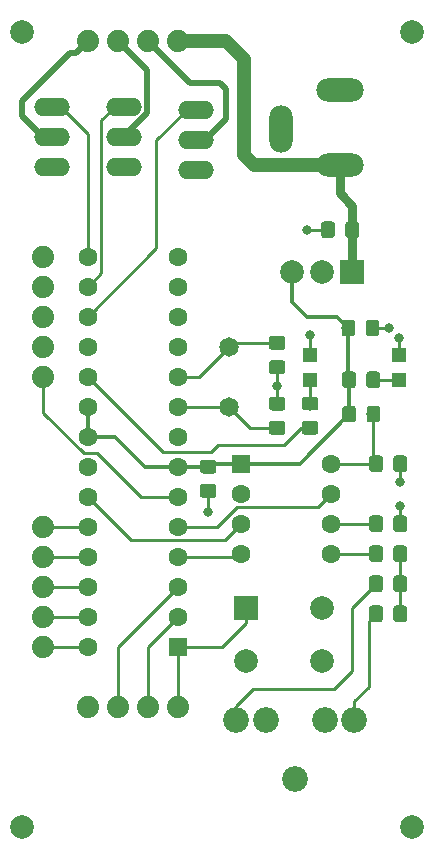
<source format=gtl>
G04 #@! TF.GenerationSoftware,KiCad,Pcbnew,(5.1.2)-2*
G04 #@! TF.CreationDate,2019-07-28T18:44:43-04:00*
G04 #@! TF.ProjectId,LED-Music,4c45442d-4d75-4736-9963-2e6b69636164,rev?*
G04 #@! TF.SameCoordinates,Original*
G04 #@! TF.FileFunction,Copper,L1,Top*
G04 #@! TF.FilePolarity,Positive*
%FSLAX46Y46*%
G04 Gerber Fmt 4.6, Leading zero omitted, Abs format (unit mm)*
G04 Created by KiCad (PCBNEW (5.1.2)-2) date 2019-07-28 18:44:43*
%MOMM*%
%LPD*%
G04 APERTURE LIST*
%ADD10C,2.000000*%
%ADD11C,1.600000*%
%ADD12R,1.600000X1.600000*%
%ADD13C,0.100000*%
%ADD14C,1.150000*%
%ADD15O,3.048000X1.524000*%
%ADD16R,1.200000X1.200000*%
%ADD17C,1.879600*%
%ADD18R,2.000000X2.000000*%
%ADD19C,1.651000*%
%ADD20C,2.181860*%
%ADD21O,3.997960X1.998980*%
%ADD22O,1.998980X3.997960*%
%ADD23C,0.800000*%
%ADD24C,0.250000*%
%ADD25C,0.800000*%
%ADD26C,1.200000*%
%ADD27C,0.350000*%
%ADD28C,0.500000*%
G04 APERTURE END LIST*
D10*
X126492000Y-57150000D03*
X159512000Y-57150000D03*
X159512000Y-124460000D03*
X126492000Y-124460000D03*
D11*
X132080000Y-109220000D03*
X132080000Y-106680000D03*
X132080000Y-104140000D03*
X132080000Y-101600000D03*
X132080000Y-99060000D03*
X132080000Y-96520000D03*
X132080000Y-93980000D03*
X132080000Y-91440000D03*
X132080000Y-88900000D03*
X132080000Y-86360000D03*
X132080000Y-83820000D03*
X132080000Y-81280000D03*
X132080000Y-78740000D03*
X132080000Y-76200000D03*
X139700000Y-76200000D03*
X139700000Y-78740000D03*
X139700000Y-81280000D03*
X139700000Y-83820000D03*
X139700000Y-86360000D03*
X139700000Y-88900000D03*
X139700000Y-91440000D03*
X139700000Y-93980000D03*
X139700000Y-96520000D03*
X139700000Y-99060000D03*
X139700000Y-101600000D03*
X139700000Y-104140000D03*
X139700000Y-106680000D03*
D12*
X139700000Y-109220000D03*
D13*
G36*
X152731505Y-73215204D02*
G01*
X152755773Y-73218804D01*
X152779572Y-73224765D01*
X152802671Y-73233030D01*
X152824850Y-73243520D01*
X152845893Y-73256132D01*
X152865599Y-73270747D01*
X152883777Y-73287223D01*
X152900253Y-73305401D01*
X152914868Y-73325107D01*
X152927480Y-73346150D01*
X152937970Y-73368329D01*
X152946235Y-73391428D01*
X152952196Y-73415227D01*
X152955796Y-73439495D01*
X152957000Y-73463999D01*
X152957000Y-74364001D01*
X152955796Y-74388505D01*
X152952196Y-74412773D01*
X152946235Y-74436572D01*
X152937970Y-74459671D01*
X152927480Y-74481850D01*
X152914868Y-74502893D01*
X152900253Y-74522599D01*
X152883777Y-74540777D01*
X152865599Y-74557253D01*
X152845893Y-74571868D01*
X152824850Y-74584480D01*
X152802671Y-74594970D01*
X152779572Y-74603235D01*
X152755773Y-74609196D01*
X152731505Y-74612796D01*
X152707001Y-74614000D01*
X152056999Y-74614000D01*
X152032495Y-74612796D01*
X152008227Y-74609196D01*
X151984428Y-74603235D01*
X151961329Y-74594970D01*
X151939150Y-74584480D01*
X151918107Y-74571868D01*
X151898401Y-74557253D01*
X151880223Y-74540777D01*
X151863747Y-74522599D01*
X151849132Y-74502893D01*
X151836520Y-74481850D01*
X151826030Y-74459671D01*
X151817765Y-74436572D01*
X151811804Y-74412773D01*
X151808204Y-74388505D01*
X151807000Y-74364001D01*
X151807000Y-73463999D01*
X151808204Y-73439495D01*
X151811804Y-73415227D01*
X151817765Y-73391428D01*
X151826030Y-73368329D01*
X151836520Y-73346150D01*
X151849132Y-73325107D01*
X151863747Y-73305401D01*
X151880223Y-73287223D01*
X151898401Y-73270747D01*
X151918107Y-73256132D01*
X151939150Y-73243520D01*
X151961329Y-73233030D01*
X151984428Y-73224765D01*
X152008227Y-73218804D01*
X152032495Y-73215204D01*
X152056999Y-73214000D01*
X152707001Y-73214000D01*
X152731505Y-73215204D01*
X152731505Y-73215204D01*
G37*
D14*
X152382000Y-73914000D03*
D13*
G36*
X154781505Y-73215204D02*
G01*
X154805773Y-73218804D01*
X154829572Y-73224765D01*
X154852671Y-73233030D01*
X154874850Y-73243520D01*
X154895893Y-73256132D01*
X154915599Y-73270747D01*
X154933777Y-73287223D01*
X154950253Y-73305401D01*
X154964868Y-73325107D01*
X154977480Y-73346150D01*
X154987970Y-73368329D01*
X154996235Y-73391428D01*
X155002196Y-73415227D01*
X155005796Y-73439495D01*
X155007000Y-73463999D01*
X155007000Y-74364001D01*
X155005796Y-74388505D01*
X155002196Y-74412773D01*
X154996235Y-74436572D01*
X154987970Y-74459671D01*
X154977480Y-74481850D01*
X154964868Y-74502893D01*
X154950253Y-74522599D01*
X154933777Y-74540777D01*
X154915599Y-74557253D01*
X154895893Y-74571868D01*
X154874850Y-74584480D01*
X154852671Y-74594970D01*
X154829572Y-74603235D01*
X154805773Y-74609196D01*
X154781505Y-74612796D01*
X154757001Y-74614000D01*
X154106999Y-74614000D01*
X154082495Y-74612796D01*
X154058227Y-74609196D01*
X154034428Y-74603235D01*
X154011329Y-74594970D01*
X153989150Y-74584480D01*
X153968107Y-74571868D01*
X153948401Y-74557253D01*
X153930223Y-74540777D01*
X153913747Y-74522599D01*
X153899132Y-74502893D01*
X153886520Y-74481850D01*
X153876030Y-74459671D01*
X153867765Y-74436572D01*
X153861804Y-74412773D01*
X153858204Y-74388505D01*
X153857000Y-74364001D01*
X153857000Y-73463999D01*
X153858204Y-73439495D01*
X153861804Y-73415227D01*
X153867765Y-73391428D01*
X153876030Y-73368329D01*
X153886520Y-73346150D01*
X153899132Y-73325107D01*
X153913747Y-73305401D01*
X153930223Y-73287223D01*
X153948401Y-73270747D01*
X153968107Y-73256132D01*
X153989150Y-73243520D01*
X154011329Y-73233030D01*
X154034428Y-73224765D01*
X154058227Y-73218804D01*
X154082495Y-73215204D01*
X154106999Y-73214000D01*
X154757001Y-73214000D01*
X154781505Y-73215204D01*
X154781505Y-73215204D01*
G37*
D14*
X154432000Y-73914000D03*
D15*
X141224000Y-68834000D03*
X141224000Y-66294000D03*
X141224000Y-63754000D03*
D16*
X150876000Y-86648000D03*
X150876000Y-84548000D03*
D13*
G36*
X151350505Y-90113204D02*
G01*
X151374773Y-90116804D01*
X151398572Y-90122765D01*
X151421671Y-90131030D01*
X151443850Y-90141520D01*
X151464893Y-90154132D01*
X151484599Y-90168747D01*
X151502777Y-90185223D01*
X151519253Y-90203401D01*
X151533868Y-90223107D01*
X151546480Y-90244150D01*
X151556970Y-90266329D01*
X151565235Y-90289428D01*
X151571196Y-90313227D01*
X151574796Y-90337495D01*
X151576000Y-90361999D01*
X151576000Y-91012001D01*
X151574796Y-91036505D01*
X151571196Y-91060773D01*
X151565235Y-91084572D01*
X151556970Y-91107671D01*
X151546480Y-91129850D01*
X151533868Y-91150893D01*
X151519253Y-91170599D01*
X151502777Y-91188777D01*
X151484599Y-91205253D01*
X151464893Y-91219868D01*
X151443850Y-91232480D01*
X151421671Y-91242970D01*
X151398572Y-91251235D01*
X151374773Y-91257196D01*
X151350505Y-91260796D01*
X151326001Y-91262000D01*
X150425999Y-91262000D01*
X150401495Y-91260796D01*
X150377227Y-91257196D01*
X150353428Y-91251235D01*
X150330329Y-91242970D01*
X150308150Y-91232480D01*
X150287107Y-91219868D01*
X150267401Y-91205253D01*
X150249223Y-91188777D01*
X150232747Y-91170599D01*
X150218132Y-91150893D01*
X150205520Y-91129850D01*
X150195030Y-91107671D01*
X150186765Y-91084572D01*
X150180804Y-91060773D01*
X150177204Y-91036505D01*
X150176000Y-91012001D01*
X150176000Y-90361999D01*
X150177204Y-90337495D01*
X150180804Y-90313227D01*
X150186765Y-90289428D01*
X150195030Y-90266329D01*
X150205520Y-90244150D01*
X150218132Y-90223107D01*
X150232747Y-90203401D01*
X150249223Y-90185223D01*
X150267401Y-90168747D01*
X150287107Y-90154132D01*
X150308150Y-90141520D01*
X150330329Y-90131030D01*
X150353428Y-90122765D01*
X150377227Y-90116804D01*
X150401495Y-90113204D01*
X150425999Y-90112000D01*
X151326001Y-90112000D01*
X151350505Y-90113204D01*
X151350505Y-90113204D01*
G37*
D14*
X150876000Y-90687000D03*
D13*
G36*
X151350505Y-88063204D02*
G01*
X151374773Y-88066804D01*
X151398572Y-88072765D01*
X151421671Y-88081030D01*
X151443850Y-88091520D01*
X151464893Y-88104132D01*
X151484599Y-88118747D01*
X151502777Y-88135223D01*
X151519253Y-88153401D01*
X151533868Y-88173107D01*
X151546480Y-88194150D01*
X151556970Y-88216329D01*
X151565235Y-88239428D01*
X151571196Y-88263227D01*
X151574796Y-88287495D01*
X151576000Y-88311999D01*
X151576000Y-88962001D01*
X151574796Y-88986505D01*
X151571196Y-89010773D01*
X151565235Y-89034572D01*
X151556970Y-89057671D01*
X151546480Y-89079850D01*
X151533868Y-89100893D01*
X151519253Y-89120599D01*
X151502777Y-89138777D01*
X151484599Y-89155253D01*
X151464893Y-89169868D01*
X151443850Y-89182480D01*
X151421671Y-89192970D01*
X151398572Y-89201235D01*
X151374773Y-89207196D01*
X151350505Y-89210796D01*
X151326001Y-89212000D01*
X150425999Y-89212000D01*
X150401495Y-89210796D01*
X150377227Y-89207196D01*
X150353428Y-89201235D01*
X150330329Y-89192970D01*
X150308150Y-89182480D01*
X150287107Y-89169868D01*
X150267401Y-89155253D01*
X150249223Y-89138777D01*
X150232747Y-89120599D01*
X150218132Y-89100893D01*
X150205520Y-89079850D01*
X150195030Y-89057671D01*
X150186765Y-89034572D01*
X150180804Y-89010773D01*
X150177204Y-88986505D01*
X150176000Y-88962001D01*
X150176000Y-88311999D01*
X150177204Y-88287495D01*
X150180804Y-88263227D01*
X150186765Y-88239428D01*
X150195030Y-88216329D01*
X150205520Y-88194150D01*
X150218132Y-88173107D01*
X150232747Y-88153401D01*
X150249223Y-88135223D01*
X150267401Y-88118747D01*
X150287107Y-88104132D01*
X150308150Y-88091520D01*
X150330329Y-88081030D01*
X150353428Y-88072765D01*
X150377227Y-88066804D01*
X150401495Y-88063204D01*
X150425999Y-88062000D01*
X151326001Y-88062000D01*
X151350505Y-88063204D01*
X151350505Y-88063204D01*
G37*
D14*
X150876000Y-88637000D03*
D17*
X128270000Y-76200000D03*
X128270000Y-78740000D03*
X128270000Y-81280000D03*
X128270000Y-83820000D03*
X128270000Y-86360000D03*
X132080000Y-114300000D03*
X134620000Y-114300000D03*
X137160000Y-114300000D03*
X139700000Y-114300000D03*
X128270000Y-109220000D03*
X128270000Y-106680000D03*
X128270000Y-104140000D03*
X128270000Y-101600000D03*
X128270000Y-99060000D03*
D11*
X152654000Y-93726000D03*
X152654000Y-96266000D03*
X152654000Y-98806000D03*
X152654000Y-101346000D03*
X145034000Y-101346000D03*
X145034000Y-98806000D03*
X145034000Y-96266000D03*
D12*
X145034000Y-93726000D03*
D10*
X151916200Y-110428600D03*
X145416200Y-110428600D03*
X151916200Y-105928600D03*
D18*
X145416200Y-105928600D03*
D19*
X144018000Y-83820000D03*
X144018000Y-88900000D03*
D10*
X149352000Y-77470000D03*
X151892000Y-77470000D03*
D18*
X154432000Y-77470000D03*
D13*
G36*
X142714505Y-93406204D02*
G01*
X142738773Y-93409804D01*
X142762572Y-93415765D01*
X142785671Y-93424030D01*
X142807850Y-93434520D01*
X142828893Y-93447132D01*
X142848599Y-93461747D01*
X142866777Y-93478223D01*
X142883253Y-93496401D01*
X142897868Y-93516107D01*
X142910480Y-93537150D01*
X142920970Y-93559329D01*
X142929235Y-93582428D01*
X142935196Y-93606227D01*
X142938796Y-93630495D01*
X142940000Y-93654999D01*
X142940000Y-94305001D01*
X142938796Y-94329505D01*
X142935196Y-94353773D01*
X142929235Y-94377572D01*
X142920970Y-94400671D01*
X142910480Y-94422850D01*
X142897868Y-94443893D01*
X142883253Y-94463599D01*
X142866777Y-94481777D01*
X142848599Y-94498253D01*
X142828893Y-94512868D01*
X142807850Y-94525480D01*
X142785671Y-94535970D01*
X142762572Y-94544235D01*
X142738773Y-94550196D01*
X142714505Y-94553796D01*
X142690001Y-94555000D01*
X141789999Y-94555000D01*
X141765495Y-94553796D01*
X141741227Y-94550196D01*
X141717428Y-94544235D01*
X141694329Y-94535970D01*
X141672150Y-94525480D01*
X141651107Y-94512868D01*
X141631401Y-94498253D01*
X141613223Y-94481777D01*
X141596747Y-94463599D01*
X141582132Y-94443893D01*
X141569520Y-94422850D01*
X141559030Y-94400671D01*
X141550765Y-94377572D01*
X141544804Y-94353773D01*
X141541204Y-94329505D01*
X141540000Y-94305001D01*
X141540000Y-93654999D01*
X141541204Y-93630495D01*
X141544804Y-93606227D01*
X141550765Y-93582428D01*
X141559030Y-93559329D01*
X141569520Y-93537150D01*
X141582132Y-93516107D01*
X141596747Y-93496401D01*
X141613223Y-93478223D01*
X141631401Y-93461747D01*
X141651107Y-93447132D01*
X141672150Y-93434520D01*
X141694329Y-93424030D01*
X141717428Y-93415765D01*
X141741227Y-93409804D01*
X141765495Y-93406204D01*
X141789999Y-93405000D01*
X142690001Y-93405000D01*
X142714505Y-93406204D01*
X142714505Y-93406204D01*
G37*
D14*
X142240000Y-93980000D03*
D13*
G36*
X142714505Y-95456204D02*
G01*
X142738773Y-95459804D01*
X142762572Y-95465765D01*
X142785671Y-95474030D01*
X142807850Y-95484520D01*
X142828893Y-95497132D01*
X142848599Y-95511747D01*
X142866777Y-95528223D01*
X142883253Y-95546401D01*
X142897868Y-95566107D01*
X142910480Y-95587150D01*
X142920970Y-95609329D01*
X142929235Y-95632428D01*
X142935196Y-95656227D01*
X142938796Y-95680495D01*
X142940000Y-95704999D01*
X142940000Y-96355001D01*
X142938796Y-96379505D01*
X142935196Y-96403773D01*
X142929235Y-96427572D01*
X142920970Y-96450671D01*
X142910480Y-96472850D01*
X142897868Y-96493893D01*
X142883253Y-96513599D01*
X142866777Y-96531777D01*
X142848599Y-96548253D01*
X142828893Y-96562868D01*
X142807850Y-96575480D01*
X142785671Y-96585970D01*
X142762572Y-96594235D01*
X142738773Y-96600196D01*
X142714505Y-96603796D01*
X142690001Y-96605000D01*
X141789999Y-96605000D01*
X141765495Y-96603796D01*
X141741227Y-96600196D01*
X141717428Y-96594235D01*
X141694329Y-96585970D01*
X141672150Y-96575480D01*
X141651107Y-96562868D01*
X141631401Y-96548253D01*
X141613223Y-96531777D01*
X141596747Y-96513599D01*
X141582132Y-96493893D01*
X141569520Y-96472850D01*
X141559030Y-96450671D01*
X141550765Y-96427572D01*
X141544804Y-96403773D01*
X141541204Y-96379505D01*
X141540000Y-96355001D01*
X141540000Y-95704999D01*
X141541204Y-95680495D01*
X141544804Y-95656227D01*
X141550765Y-95632428D01*
X141559030Y-95609329D01*
X141569520Y-95587150D01*
X141582132Y-95566107D01*
X141596747Y-95546401D01*
X141613223Y-95528223D01*
X141631401Y-95511747D01*
X141651107Y-95497132D01*
X141672150Y-95484520D01*
X141694329Y-95474030D01*
X141717428Y-95465765D01*
X141741227Y-95459804D01*
X141765495Y-95456204D01*
X141789999Y-95455000D01*
X142690001Y-95455000D01*
X142714505Y-95456204D01*
X142714505Y-95456204D01*
G37*
D14*
X142240000Y-96030000D03*
D13*
G36*
X156577505Y-88836204D02*
G01*
X156601773Y-88839804D01*
X156625572Y-88845765D01*
X156648671Y-88854030D01*
X156670850Y-88864520D01*
X156691893Y-88877132D01*
X156711599Y-88891747D01*
X156729777Y-88908223D01*
X156746253Y-88926401D01*
X156760868Y-88946107D01*
X156773480Y-88967150D01*
X156783970Y-88989329D01*
X156792235Y-89012428D01*
X156798196Y-89036227D01*
X156801796Y-89060495D01*
X156803000Y-89084999D01*
X156803000Y-89985001D01*
X156801796Y-90009505D01*
X156798196Y-90033773D01*
X156792235Y-90057572D01*
X156783970Y-90080671D01*
X156773480Y-90102850D01*
X156760868Y-90123893D01*
X156746253Y-90143599D01*
X156729777Y-90161777D01*
X156711599Y-90178253D01*
X156691893Y-90192868D01*
X156670850Y-90205480D01*
X156648671Y-90215970D01*
X156625572Y-90224235D01*
X156601773Y-90230196D01*
X156577505Y-90233796D01*
X156553001Y-90235000D01*
X155902999Y-90235000D01*
X155878495Y-90233796D01*
X155854227Y-90230196D01*
X155830428Y-90224235D01*
X155807329Y-90215970D01*
X155785150Y-90205480D01*
X155764107Y-90192868D01*
X155744401Y-90178253D01*
X155726223Y-90161777D01*
X155709747Y-90143599D01*
X155695132Y-90123893D01*
X155682520Y-90102850D01*
X155672030Y-90080671D01*
X155663765Y-90057572D01*
X155657804Y-90033773D01*
X155654204Y-90009505D01*
X155653000Y-89985001D01*
X155653000Y-89084999D01*
X155654204Y-89060495D01*
X155657804Y-89036227D01*
X155663765Y-89012428D01*
X155672030Y-88989329D01*
X155682520Y-88967150D01*
X155695132Y-88946107D01*
X155709747Y-88926401D01*
X155726223Y-88908223D01*
X155744401Y-88891747D01*
X155764107Y-88877132D01*
X155785150Y-88864520D01*
X155807329Y-88854030D01*
X155830428Y-88845765D01*
X155854227Y-88839804D01*
X155878495Y-88836204D01*
X155902999Y-88835000D01*
X156553001Y-88835000D01*
X156577505Y-88836204D01*
X156577505Y-88836204D01*
G37*
D14*
X156228000Y-89535000D03*
D13*
G36*
X154527505Y-88836204D02*
G01*
X154551773Y-88839804D01*
X154575572Y-88845765D01*
X154598671Y-88854030D01*
X154620850Y-88864520D01*
X154641893Y-88877132D01*
X154661599Y-88891747D01*
X154679777Y-88908223D01*
X154696253Y-88926401D01*
X154710868Y-88946107D01*
X154723480Y-88967150D01*
X154733970Y-88989329D01*
X154742235Y-89012428D01*
X154748196Y-89036227D01*
X154751796Y-89060495D01*
X154753000Y-89084999D01*
X154753000Y-89985001D01*
X154751796Y-90009505D01*
X154748196Y-90033773D01*
X154742235Y-90057572D01*
X154733970Y-90080671D01*
X154723480Y-90102850D01*
X154710868Y-90123893D01*
X154696253Y-90143599D01*
X154679777Y-90161777D01*
X154661599Y-90178253D01*
X154641893Y-90192868D01*
X154620850Y-90205480D01*
X154598671Y-90215970D01*
X154575572Y-90224235D01*
X154551773Y-90230196D01*
X154527505Y-90233796D01*
X154503001Y-90235000D01*
X153852999Y-90235000D01*
X153828495Y-90233796D01*
X153804227Y-90230196D01*
X153780428Y-90224235D01*
X153757329Y-90215970D01*
X153735150Y-90205480D01*
X153714107Y-90192868D01*
X153694401Y-90178253D01*
X153676223Y-90161777D01*
X153659747Y-90143599D01*
X153645132Y-90123893D01*
X153632520Y-90102850D01*
X153622030Y-90080671D01*
X153613765Y-90057572D01*
X153607804Y-90033773D01*
X153604204Y-90009505D01*
X153603000Y-89985001D01*
X153603000Y-89084999D01*
X153604204Y-89060495D01*
X153607804Y-89036227D01*
X153613765Y-89012428D01*
X153622030Y-88989329D01*
X153632520Y-88967150D01*
X153645132Y-88946107D01*
X153659747Y-88926401D01*
X153676223Y-88908223D01*
X153694401Y-88891747D01*
X153714107Y-88877132D01*
X153735150Y-88864520D01*
X153757329Y-88854030D01*
X153780428Y-88845765D01*
X153804227Y-88839804D01*
X153828495Y-88836204D01*
X153852999Y-88835000D01*
X154503001Y-88835000D01*
X154527505Y-88836204D01*
X154527505Y-88836204D01*
G37*
D14*
X154178000Y-89535000D03*
D13*
G36*
X156804505Y-105727204D02*
G01*
X156828773Y-105730804D01*
X156852572Y-105736765D01*
X156875671Y-105745030D01*
X156897850Y-105755520D01*
X156918893Y-105768132D01*
X156938599Y-105782747D01*
X156956777Y-105799223D01*
X156973253Y-105817401D01*
X156987868Y-105837107D01*
X157000480Y-105858150D01*
X157010970Y-105880329D01*
X157019235Y-105903428D01*
X157025196Y-105927227D01*
X157028796Y-105951495D01*
X157030000Y-105975999D01*
X157030000Y-106876001D01*
X157028796Y-106900505D01*
X157025196Y-106924773D01*
X157019235Y-106948572D01*
X157010970Y-106971671D01*
X157000480Y-106993850D01*
X156987868Y-107014893D01*
X156973253Y-107034599D01*
X156956777Y-107052777D01*
X156938599Y-107069253D01*
X156918893Y-107083868D01*
X156897850Y-107096480D01*
X156875671Y-107106970D01*
X156852572Y-107115235D01*
X156828773Y-107121196D01*
X156804505Y-107124796D01*
X156780001Y-107126000D01*
X156129999Y-107126000D01*
X156105495Y-107124796D01*
X156081227Y-107121196D01*
X156057428Y-107115235D01*
X156034329Y-107106970D01*
X156012150Y-107096480D01*
X155991107Y-107083868D01*
X155971401Y-107069253D01*
X155953223Y-107052777D01*
X155936747Y-107034599D01*
X155922132Y-107014893D01*
X155909520Y-106993850D01*
X155899030Y-106971671D01*
X155890765Y-106948572D01*
X155884804Y-106924773D01*
X155881204Y-106900505D01*
X155880000Y-106876001D01*
X155880000Y-105975999D01*
X155881204Y-105951495D01*
X155884804Y-105927227D01*
X155890765Y-105903428D01*
X155899030Y-105880329D01*
X155909520Y-105858150D01*
X155922132Y-105837107D01*
X155936747Y-105817401D01*
X155953223Y-105799223D01*
X155971401Y-105782747D01*
X155991107Y-105768132D01*
X156012150Y-105755520D01*
X156034329Y-105745030D01*
X156057428Y-105736765D01*
X156081227Y-105730804D01*
X156105495Y-105727204D01*
X156129999Y-105726000D01*
X156780001Y-105726000D01*
X156804505Y-105727204D01*
X156804505Y-105727204D01*
G37*
D14*
X156455000Y-106426000D03*
D13*
G36*
X158854505Y-105727204D02*
G01*
X158878773Y-105730804D01*
X158902572Y-105736765D01*
X158925671Y-105745030D01*
X158947850Y-105755520D01*
X158968893Y-105768132D01*
X158988599Y-105782747D01*
X159006777Y-105799223D01*
X159023253Y-105817401D01*
X159037868Y-105837107D01*
X159050480Y-105858150D01*
X159060970Y-105880329D01*
X159069235Y-105903428D01*
X159075196Y-105927227D01*
X159078796Y-105951495D01*
X159080000Y-105975999D01*
X159080000Y-106876001D01*
X159078796Y-106900505D01*
X159075196Y-106924773D01*
X159069235Y-106948572D01*
X159060970Y-106971671D01*
X159050480Y-106993850D01*
X159037868Y-107014893D01*
X159023253Y-107034599D01*
X159006777Y-107052777D01*
X158988599Y-107069253D01*
X158968893Y-107083868D01*
X158947850Y-107096480D01*
X158925671Y-107106970D01*
X158902572Y-107115235D01*
X158878773Y-107121196D01*
X158854505Y-107124796D01*
X158830001Y-107126000D01*
X158179999Y-107126000D01*
X158155495Y-107124796D01*
X158131227Y-107121196D01*
X158107428Y-107115235D01*
X158084329Y-107106970D01*
X158062150Y-107096480D01*
X158041107Y-107083868D01*
X158021401Y-107069253D01*
X158003223Y-107052777D01*
X157986747Y-107034599D01*
X157972132Y-107014893D01*
X157959520Y-106993850D01*
X157949030Y-106971671D01*
X157940765Y-106948572D01*
X157934804Y-106924773D01*
X157931204Y-106900505D01*
X157930000Y-106876001D01*
X157930000Y-105975999D01*
X157931204Y-105951495D01*
X157934804Y-105927227D01*
X157940765Y-105903428D01*
X157949030Y-105880329D01*
X157959520Y-105858150D01*
X157972132Y-105837107D01*
X157986747Y-105817401D01*
X158003223Y-105799223D01*
X158021401Y-105782747D01*
X158041107Y-105768132D01*
X158062150Y-105755520D01*
X158084329Y-105745030D01*
X158107428Y-105736765D01*
X158131227Y-105730804D01*
X158155495Y-105727204D01*
X158179999Y-105726000D01*
X158830001Y-105726000D01*
X158854505Y-105727204D01*
X158854505Y-105727204D01*
G37*
D14*
X158505000Y-106426000D03*
D13*
G36*
X156804505Y-103187204D02*
G01*
X156828773Y-103190804D01*
X156852572Y-103196765D01*
X156875671Y-103205030D01*
X156897850Y-103215520D01*
X156918893Y-103228132D01*
X156938599Y-103242747D01*
X156956777Y-103259223D01*
X156973253Y-103277401D01*
X156987868Y-103297107D01*
X157000480Y-103318150D01*
X157010970Y-103340329D01*
X157019235Y-103363428D01*
X157025196Y-103387227D01*
X157028796Y-103411495D01*
X157030000Y-103435999D01*
X157030000Y-104336001D01*
X157028796Y-104360505D01*
X157025196Y-104384773D01*
X157019235Y-104408572D01*
X157010970Y-104431671D01*
X157000480Y-104453850D01*
X156987868Y-104474893D01*
X156973253Y-104494599D01*
X156956777Y-104512777D01*
X156938599Y-104529253D01*
X156918893Y-104543868D01*
X156897850Y-104556480D01*
X156875671Y-104566970D01*
X156852572Y-104575235D01*
X156828773Y-104581196D01*
X156804505Y-104584796D01*
X156780001Y-104586000D01*
X156129999Y-104586000D01*
X156105495Y-104584796D01*
X156081227Y-104581196D01*
X156057428Y-104575235D01*
X156034329Y-104566970D01*
X156012150Y-104556480D01*
X155991107Y-104543868D01*
X155971401Y-104529253D01*
X155953223Y-104512777D01*
X155936747Y-104494599D01*
X155922132Y-104474893D01*
X155909520Y-104453850D01*
X155899030Y-104431671D01*
X155890765Y-104408572D01*
X155884804Y-104384773D01*
X155881204Y-104360505D01*
X155880000Y-104336001D01*
X155880000Y-103435999D01*
X155881204Y-103411495D01*
X155884804Y-103387227D01*
X155890765Y-103363428D01*
X155899030Y-103340329D01*
X155909520Y-103318150D01*
X155922132Y-103297107D01*
X155936747Y-103277401D01*
X155953223Y-103259223D01*
X155971401Y-103242747D01*
X155991107Y-103228132D01*
X156012150Y-103215520D01*
X156034329Y-103205030D01*
X156057428Y-103196765D01*
X156081227Y-103190804D01*
X156105495Y-103187204D01*
X156129999Y-103186000D01*
X156780001Y-103186000D01*
X156804505Y-103187204D01*
X156804505Y-103187204D01*
G37*
D14*
X156455000Y-103886000D03*
D13*
G36*
X158854505Y-103187204D02*
G01*
X158878773Y-103190804D01*
X158902572Y-103196765D01*
X158925671Y-103205030D01*
X158947850Y-103215520D01*
X158968893Y-103228132D01*
X158988599Y-103242747D01*
X159006777Y-103259223D01*
X159023253Y-103277401D01*
X159037868Y-103297107D01*
X159050480Y-103318150D01*
X159060970Y-103340329D01*
X159069235Y-103363428D01*
X159075196Y-103387227D01*
X159078796Y-103411495D01*
X159080000Y-103435999D01*
X159080000Y-104336001D01*
X159078796Y-104360505D01*
X159075196Y-104384773D01*
X159069235Y-104408572D01*
X159060970Y-104431671D01*
X159050480Y-104453850D01*
X159037868Y-104474893D01*
X159023253Y-104494599D01*
X159006777Y-104512777D01*
X158988599Y-104529253D01*
X158968893Y-104543868D01*
X158947850Y-104556480D01*
X158925671Y-104566970D01*
X158902572Y-104575235D01*
X158878773Y-104581196D01*
X158854505Y-104584796D01*
X158830001Y-104586000D01*
X158179999Y-104586000D01*
X158155495Y-104584796D01*
X158131227Y-104581196D01*
X158107428Y-104575235D01*
X158084329Y-104566970D01*
X158062150Y-104556480D01*
X158041107Y-104543868D01*
X158021401Y-104529253D01*
X158003223Y-104512777D01*
X157986747Y-104494599D01*
X157972132Y-104474893D01*
X157959520Y-104453850D01*
X157949030Y-104431671D01*
X157940765Y-104408572D01*
X157934804Y-104384773D01*
X157931204Y-104360505D01*
X157930000Y-104336001D01*
X157930000Y-103435999D01*
X157931204Y-103411495D01*
X157934804Y-103387227D01*
X157940765Y-103363428D01*
X157949030Y-103340329D01*
X157959520Y-103318150D01*
X157972132Y-103297107D01*
X157986747Y-103277401D01*
X158003223Y-103259223D01*
X158021401Y-103242747D01*
X158041107Y-103228132D01*
X158062150Y-103215520D01*
X158084329Y-103205030D01*
X158107428Y-103196765D01*
X158131227Y-103190804D01*
X158155495Y-103187204D01*
X158179999Y-103186000D01*
X158830001Y-103186000D01*
X158854505Y-103187204D01*
X158854505Y-103187204D01*
G37*
D14*
X158505000Y-103886000D03*
D13*
G36*
X154518505Y-85915204D02*
G01*
X154542773Y-85918804D01*
X154566572Y-85924765D01*
X154589671Y-85933030D01*
X154611850Y-85943520D01*
X154632893Y-85956132D01*
X154652599Y-85970747D01*
X154670777Y-85987223D01*
X154687253Y-86005401D01*
X154701868Y-86025107D01*
X154714480Y-86046150D01*
X154724970Y-86068329D01*
X154733235Y-86091428D01*
X154739196Y-86115227D01*
X154742796Y-86139495D01*
X154744000Y-86163999D01*
X154744000Y-87064001D01*
X154742796Y-87088505D01*
X154739196Y-87112773D01*
X154733235Y-87136572D01*
X154724970Y-87159671D01*
X154714480Y-87181850D01*
X154701868Y-87202893D01*
X154687253Y-87222599D01*
X154670777Y-87240777D01*
X154652599Y-87257253D01*
X154632893Y-87271868D01*
X154611850Y-87284480D01*
X154589671Y-87294970D01*
X154566572Y-87303235D01*
X154542773Y-87309196D01*
X154518505Y-87312796D01*
X154494001Y-87314000D01*
X153843999Y-87314000D01*
X153819495Y-87312796D01*
X153795227Y-87309196D01*
X153771428Y-87303235D01*
X153748329Y-87294970D01*
X153726150Y-87284480D01*
X153705107Y-87271868D01*
X153685401Y-87257253D01*
X153667223Y-87240777D01*
X153650747Y-87222599D01*
X153636132Y-87202893D01*
X153623520Y-87181850D01*
X153613030Y-87159671D01*
X153604765Y-87136572D01*
X153598804Y-87112773D01*
X153595204Y-87088505D01*
X153594000Y-87064001D01*
X153594000Y-86163999D01*
X153595204Y-86139495D01*
X153598804Y-86115227D01*
X153604765Y-86091428D01*
X153613030Y-86068329D01*
X153623520Y-86046150D01*
X153636132Y-86025107D01*
X153650747Y-86005401D01*
X153667223Y-85987223D01*
X153685401Y-85970747D01*
X153705107Y-85956132D01*
X153726150Y-85943520D01*
X153748329Y-85933030D01*
X153771428Y-85924765D01*
X153795227Y-85918804D01*
X153819495Y-85915204D01*
X153843999Y-85914000D01*
X154494001Y-85914000D01*
X154518505Y-85915204D01*
X154518505Y-85915204D01*
G37*
D14*
X154169000Y-86614000D03*
D13*
G36*
X156568505Y-85915204D02*
G01*
X156592773Y-85918804D01*
X156616572Y-85924765D01*
X156639671Y-85933030D01*
X156661850Y-85943520D01*
X156682893Y-85956132D01*
X156702599Y-85970747D01*
X156720777Y-85987223D01*
X156737253Y-86005401D01*
X156751868Y-86025107D01*
X156764480Y-86046150D01*
X156774970Y-86068329D01*
X156783235Y-86091428D01*
X156789196Y-86115227D01*
X156792796Y-86139495D01*
X156794000Y-86163999D01*
X156794000Y-87064001D01*
X156792796Y-87088505D01*
X156789196Y-87112773D01*
X156783235Y-87136572D01*
X156774970Y-87159671D01*
X156764480Y-87181850D01*
X156751868Y-87202893D01*
X156737253Y-87222599D01*
X156720777Y-87240777D01*
X156702599Y-87257253D01*
X156682893Y-87271868D01*
X156661850Y-87284480D01*
X156639671Y-87294970D01*
X156616572Y-87303235D01*
X156592773Y-87309196D01*
X156568505Y-87312796D01*
X156544001Y-87314000D01*
X155893999Y-87314000D01*
X155869495Y-87312796D01*
X155845227Y-87309196D01*
X155821428Y-87303235D01*
X155798329Y-87294970D01*
X155776150Y-87284480D01*
X155755107Y-87271868D01*
X155735401Y-87257253D01*
X155717223Y-87240777D01*
X155700747Y-87222599D01*
X155686132Y-87202893D01*
X155673520Y-87181850D01*
X155663030Y-87159671D01*
X155654765Y-87136572D01*
X155648804Y-87112773D01*
X155645204Y-87088505D01*
X155644000Y-87064001D01*
X155644000Y-86163999D01*
X155645204Y-86139495D01*
X155648804Y-86115227D01*
X155654765Y-86091428D01*
X155663030Y-86068329D01*
X155673520Y-86046150D01*
X155686132Y-86025107D01*
X155700747Y-86005401D01*
X155717223Y-85987223D01*
X155735401Y-85970747D01*
X155755107Y-85956132D01*
X155776150Y-85943520D01*
X155798329Y-85933030D01*
X155821428Y-85924765D01*
X155845227Y-85918804D01*
X155869495Y-85915204D01*
X155893999Y-85914000D01*
X156544001Y-85914000D01*
X156568505Y-85915204D01*
X156568505Y-85915204D01*
G37*
D14*
X156219000Y-86614000D03*
D15*
X129032000Y-68580000D03*
X129032000Y-66040000D03*
X129032000Y-63500000D03*
X135128000Y-68580000D03*
X135128000Y-66040000D03*
X135128000Y-63500000D03*
D17*
X132080000Y-57912000D03*
X134620000Y-57912000D03*
X137160000Y-57912000D03*
X139700000Y-57912000D03*
D20*
X152105360Y-115397280D03*
X154604720Y-115397280D03*
X149606000Y-120396000D03*
X147106640Y-115397280D03*
X144607280Y-115397280D03*
D21*
X153377900Y-68409820D03*
D22*
X148376640Y-65407540D03*
D21*
X153377900Y-62108080D03*
D16*
X158369000Y-86614000D03*
X158369000Y-84514000D03*
D13*
G36*
X158854505Y-98107204D02*
G01*
X158878773Y-98110804D01*
X158902572Y-98116765D01*
X158925671Y-98125030D01*
X158947850Y-98135520D01*
X158968893Y-98148132D01*
X158988599Y-98162747D01*
X159006777Y-98179223D01*
X159023253Y-98197401D01*
X159037868Y-98217107D01*
X159050480Y-98238150D01*
X159060970Y-98260329D01*
X159069235Y-98283428D01*
X159075196Y-98307227D01*
X159078796Y-98331495D01*
X159080000Y-98355999D01*
X159080000Y-99256001D01*
X159078796Y-99280505D01*
X159075196Y-99304773D01*
X159069235Y-99328572D01*
X159060970Y-99351671D01*
X159050480Y-99373850D01*
X159037868Y-99394893D01*
X159023253Y-99414599D01*
X159006777Y-99432777D01*
X158988599Y-99449253D01*
X158968893Y-99463868D01*
X158947850Y-99476480D01*
X158925671Y-99486970D01*
X158902572Y-99495235D01*
X158878773Y-99501196D01*
X158854505Y-99504796D01*
X158830001Y-99506000D01*
X158179999Y-99506000D01*
X158155495Y-99504796D01*
X158131227Y-99501196D01*
X158107428Y-99495235D01*
X158084329Y-99486970D01*
X158062150Y-99476480D01*
X158041107Y-99463868D01*
X158021401Y-99449253D01*
X158003223Y-99432777D01*
X157986747Y-99414599D01*
X157972132Y-99394893D01*
X157959520Y-99373850D01*
X157949030Y-99351671D01*
X157940765Y-99328572D01*
X157934804Y-99304773D01*
X157931204Y-99280505D01*
X157930000Y-99256001D01*
X157930000Y-98355999D01*
X157931204Y-98331495D01*
X157934804Y-98307227D01*
X157940765Y-98283428D01*
X157949030Y-98260329D01*
X157959520Y-98238150D01*
X157972132Y-98217107D01*
X157986747Y-98197401D01*
X158003223Y-98179223D01*
X158021401Y-98162747D01*
X158041107Y-98148132D01*
X158062150Y-98135520D01*
X158084329Y-98125030D01*
X158107428Y-98116765D01*
X158131227Y-98110804D01*
X158155495Y-98107204D01*
X158179999Y-98106000D01*
X158830001Y-98106000D01*
X158854505Y-98107204D01*
X158854505Y-98107204D01*
G37*
D14*
X158505000Y-98806000D03*
D13*
G36*
X156804505Y-98107204D02*
G01*
X156828773Y-98110804D01*
X156852572Y-98116765D01*
X156875671Y-98125030D01*
X156897850Y-98135520D01*
X156918893Y-98148132D01*
X156938599Y-98162747D01*
X156956777Y-98179223D01*
X156973253Y-98197401D01*
X156987868Y-98217107D01*
X157000480Y-98238150D01*
X157010970Y-98260329D01*
X157019235Y-98283428D01*
X157025196Y-98307227D01*
X157028796Y-98331495D01*
X157030000Y-98355999D01*
X157030000Y-99256001D01*
X157028796Y-99280505D01*
X157025196Y-99304773D01*
X157019235Y-99328572D01*
X157010970Y-99351671D01*
X157000480Y-99373850D01*
X156987868Y-99394893D01*
X156973253Y-99414599D01*
X156956777Y-99432777D01*
X156938599Y-99449253D01*
X156918893Y-99463868D01*
X156897850Y-99476480D01*
X156875671Y-99486970D01*
X156852572Y-99495235D01*
X156828773Y-99501196D01*
X156804505Y-99504796D01*
X156780001Y-99506000D01*
X156129999Y-99506000D01*
X156105495Y-99504796D01*
X156081227Y-99501196D01*
X156057428Y-99495235D01*
X156034329Y-99486970D01*
X156012150Y-99476480D01*
X155991107Y-99463868D01*
X155971401Y-99449253D01*
X155953223Y-99432777D01*
X155936747Y-99414599D01*
X155922132Y-99394893D01*
X155909520Y-99373850D01*
X155899030Y-99351671D01*
X155890765Y-99328572D01*
X155884804Y-99304773D01*
X155881204Y-99280505D01*
X155880000Y-99256001D01*
X155880000Y-98355999D01*
X155881204Y-98331495D01*
X155884804Y-98307227D01*
X155890765Y-98283428D01*
X155899030Y-98260329D01*
X155909520Y-98238150D01*
X155922132Y-98217107D01*
X155936747Y-98197401D01*
X155953223Y-98179223D01*
X155971401Y-98162747D01*
X155991107Y-98148132D01*
X156012150Y-98135520D01*
X156034329Y-98125030D01*
X156057428Y-98116765D01*
X156081227Y-98110804D01*
X156105495Y-98107204D01*
X156129999Y-98106000D01*
X156780001Y-98106000D01*
X156804505Y-98107204D01*
X156804505Y-98107204D01*
G37*
D14*
X156455000Y-98806000D03*
D13*
G36*
X156804505Y-93027204D02*
G01*
X156828773Y-93030804D01*
X156852572Y-93036765D01*
X156875671Y-93045030D01*
X156897850Y-93055520D01*
X156918893Y-93068132D01*
X156938599Y-93082747D01*
X156956777Y-93099223D01*
X156973253Y-93117401D01*
X156987868Y-93137107D01*
X157000480Y-93158150D01*
X157010970Y-93180329D01*
X157019235Y-93203428D01*
X157025196Y-93227227D01*
X157028796Y-93251495D01*
X157030000Y-93275999D01*
X157030000Y-94176001D01*
X157028796Y-94200505D01*
X157025196Y-94224773D01*
X157019235Y-94248572D01*
X157010970Y-94271671D01*
X157000480Y-94293850D01*
X156987868Y-94314893D01*
X156973253Y-94334599D01*
X156956777Y-94352777D01*
X156938599Y-94369253D01*
X156918893Y-94383868D01*
X156897850Y-94396480D01*
X156875671Y-94406970D01*
X156852572Y-94415235D01*
X156828773Y-94421196D01*
X156804505Y-94424796D01*
X156780001Y-94426000D01*
X156129999Y-94426000D01*
X156105495Y-94424796D01*
X156081227Y-94421196D01*
X156057428Y-94415235D01*
X156034329Y-94406970D01*
X156012150Y-94396480D01*
X155991107Y-94383868D01*
X155971401Y-94369253D01*
X155953223Y-94352777D01*
X155936747Y-94334599D01*
X155922132Y-94314893D01*
X155909520Y-94293850D01*
X155899030Y-94271671D01*
X155890765Y-94248572D01*
X155884804Y-94224773D01*
X155881204Y-94200505D01*
X155880000Y-94176001D01*
X155880000Y-93275999D01*
X155881204Y-93251495D01*
X155884804Y-93227227D01*
X155890765Y-93203428D01*
X155899030Y-93180329D01*
X155909520Y-93158150D01*
X155922132Y-93137107D01*
X155936747Y-93117401D01*
X155953223Y-93099223D01*
X155971401Y-93082747D01*
X155991107Y-93068132D01*
X156012150Y-93055520D01*
X156034329Y-93045030D01*
X156057428Y-93036765D01*
X156081227Y-93030804D01*
X156105495Y-93027204D01*
X156129999Y-93026000D01*
X156780001Y-93026000D01*
X156804505Y-93027204D01*
X156804505Y-93027204D01*
G37*
D14*
X156455000Y-93726000D03*
D13*
G36*
X158854505Y-93027204D02*
G01*
X158878773Y-93030804D01*
X158902572Y-93036765D01*
X158925671Y-93045030D01*
X158947850Y-93055520D01*
X158968893Y-93068132D01*
X158988599Y-93082747D01*
X159006777Y-93099223D01*
X159023253Y-93117401D01*
X159037868Y-93137107D01*
X159050480Y-93158150D01*
X159060970Y-93180329D01*
X159069235Y-93203428D01*
X159075196Y-93227227D01*
X159078796Y-93251495D01*
X159080000Y-93275999D01*
X159080000Y-94176001D01*
X159078796Y-94200505D01*
X159075196Y-94224773D01*
X159069235Y-94248572D01*
X159060970Y-94271671D01*
X159050480Y-94293850D01*
X159037868Y-94314893D01*
X159023253Y-94334599D01*
X159006777Y-94352777D01*
X158988599Y-94369253D01*
X158968893Y-94383868D01*
X158947850Y-94396480D01*
X158925671Y-94406970D01*
X158902572Y-94415235D01*
X158878773Y-94421196D01*
X158854505Y-94424796D01*
X158830001Y-94426000D01*
X158179999Y-94426000D01*
X158155495Y-94424796D01*
X158131227Y-94421196D01*
X158107428Y-94415235D01*
X158084329Y-94406970D01*
X158062150Y-94396480D01*
X158041107Y-94383868D01*
X158021401Y-94369253D01*
X158003223Y-94352777D01*
X157986747Y-94334599D01*
X157972132Y-94314893D01*
X157959520Y-94293850D01*
X157949030Y-94271671D01*
X157940765Y-94248572D01*
X157934804Y-94224773D01*
X157931204Y-94200505D01*
X157930000Y-94176001D01*
X157930000Y-93275999D01*
X157931204Y-93251495D01*
X157934804Y-93227227D01*
X157940765Y-93203428D01*
X157949030Y-93180329D01*
X157959520Y-93158150D01*
X157972132Y-93137107D01*
X157986747Y-93117401D01*
X158003223Y-93099223D01*
X158021401Y-93082747D01*
X158041107Y-93068132D01*
X158062150Y-93055520D01*
X158084329Y-93045030D01*
X158107428Y-93036765D01*
X158131227Y-93030804D01*
X158155495Y-93027204D01*
X158179999Y-93026000D01*
X158830001Y-93026000D01*
X158854505Y-93027204D01*
X158854505Y-93027204D01*
G37*
D14*
X158505000Y-93726000D03*
D13*
G36*
X158854505Y-100647204D02*
G01*
X158878773Y-100650804D01*
X158902572Y-100656765D01*
X158925671Y-100665030D01*
X158947850Y-100675520D01*
X158968893Y-100688132D01*
X158988599Y-100702747D01*
X159006777Y-100719223D01*
X159023253Y-100737401D01*
X159037868Y-100757107D01*
X159050480Y-100778150D01*
X159060970Y-100800329D01*
X159069235Y-100823428D01*
X159075196Y-100847227D01*
X159078796Y-100871495D01*
X159080000Y-100895999D01*
X159080000Y-101796001D01*
X159078796Y-101820505D01*
X159075196Y-101844773D01*
X159069235Y-101868572D01*
X159060970Y-101891671D01*
X159050480Y-101913850D01*
X159037868Y-101934893D01*
X159023253Y-101954599D01*
X159006777Y-101972777D01*
X158988599Y-101989253D01*
X158968893Y-102003868D01*
X158947850Y-102016480D01*
X158925671Y-102026970D01*
X158902572Y-102035235D01*
X158878773Y-102041196D01*
X158854505Y-102044796D01*
X158830001Y-102046000D01*
X158179999Y-102046000D01*
X158155495Y-102044796D01*
X158131227Y-102041196D01*
X158107428Y-102035235D01*
X158084329Y-102026970D01*
X158062150Y-102016480D01*
X158041107Y-102003868D01*
X158021401Y-101989253D01*
X158003223Y-101972777D01*
X157986747Y-101954599D01*
X157972132Y-101934893D01*
X157959520Y-101913850D01*
X157949030Y-101891671D01*
X157940765Y-101868572D01*
X157934804Y-101844773D01*
X157931204Y-101820505D01*
X157930000Y-101796001D01*
X157930000Y-100895999D01*
X157931204Y-100871495D01*
X157934804Y-100847227D01*
X157940765Y-100823428D01*
X157949030Y-100800329D01*
X157959520Y-100778150D01*
X157972132Y-100757107D01*
X157986747Y-100737401D01*
X158003223Y-100719223D01*
X158021401Y-100702747D01*
X158041107Y-100688132D01*
X158062150Y-100675520D01*
X158084329Y-100665030D01*
X158107428Y-100656765D01*
X158131227Y-100650804D01*
X158155495Y-100647204D01*
X158179999Y-100646000D01*
X158830001Y-100646000D01*
X158854505Y-100647204D01*
X158854505Y-100647204D01*
G37*
D14*
X158505000Y-101346000D03*
D13*
G36*
X156804505Y-100647204D02*
G01*
X156828773Y-100650804D01*
X156852572Y-100656765D01*
X156875671Y-100665030D01*
X156897850Y-100675520D01*
X156918893Y-100688132D01*
X156938599Y-100702747D01*
X156956777Y-100719223D01*
X156973253Y-100737401D01*
X156987868Y-100757107D01*
X157000480Y-100778150D01*
X157010970Y-100800329D01*
X157019235Y-100823428D01*
X157025196Y-100847227D01*
X157028796Y-100871495D01*
X157030000Y-100895999D01*
X157030000Y-101796001D01*
X157028796Y-101820505D01*
X157025196Y-101844773D01*
X157019235Y-101868572D01*
X157010970Y-101891671D01*
X157000480Y-101913850D01*
X156987868Y-101934893D01*
X156973253Y-101954599D01*
X156956777Y-101972777D01*
X156938599Y-101989253D01*
X156918893Y-102003868D01*
X156897850Y-102016480D01*
X156875671Y-102026970D01*
X156852572Y-102035235D01*
X156828773Y-102041196D01*
X156804505Y-102044796D01*
X156780001Y-102046000D01*
X156129999Y-102046000D01*
X156105495Y-102044796D01*
X156081227Y-102041196D01*
X156057428Y-102035235D01*
X156034329Y-102026970D01*
X156012150Y-102016480D01*
X155991107Y-102003868D01*
X155971401Y-101989253D01*
X155953223Y-101972777D01*
X155936747Y-101954599D01*
X155922132Y-101934893D01*
X155909520Y-101913850D01*
X155899030Y-101891671D01*
X155890765Y-101868572D01*
X155884804Y-101844773D01*
X155881204Y-101820505D01*
X155880000Y-101796001D01*
X155880000Y-100895999D01*
X155881204Y-100871495D01*
X155884804Y-100847227D01*
X155890765Y-100823428D01*
X155899030Y-100800329D01*
X155909520Y-100778150D01*
X155922132Y-100757107D01*
X155936747Y-100737401D01*
X155953223Y-100719223D01*
X155971401Y-100702747D01*
X155991107Y-100688132D01*
X156012150Y-100675520D01*
X156034329Y-100665030D01*
X156057428Y-100656765D01*
X156081227Y-100650804D01*
X156105495Y-100647204D01*
X156129999Y-100646000D01*
X156780001Y-100646000D01*
X156804505Y-100647204D01*
X156804505Y-100647204D01*
G37*
D14*
X156455000Y-101346000D03*
D13*
G36*
X148556505Y-84969704D02*
G01*
X148580773Y-84973304D01*
X148604572Y-84979265D01*
X148627671Y-84987530D01*
X148649850Y-84998020D01*
X148670893Y-85010632D01*
X148690599Y-85025247D01*
X148708777Y-85041723D01*
X148725253Y-85059901D01*
X148739868Y-85079607D01*
X148752480Y-85100650D01*
X148762970Y-85122829D01*
X148771235Y-85145928D01*
X148777196Y-85169727D01*
X148780796Y-85193995D01*
X148782000Y-85218499D01*
X148782000Y-85868501D01*
X148780796Y-85893005D01*
X148777196Y-85917273D01*
X148771235Y-85941072D01*
X148762970Y-85964171D01*
X148752480Y-85986350D01*
X148739868Y-86007393D01*
X148725253Y-86027099D01*
X148708777Y-86045277D01*
X148690599Y-86061753D01*
X148670893Y-86076368D01*
X148649850Y-86088980D01*
X148627671Y-86099470D01*
X148604572Y-86107735D01*
X148580773Y-86113696D01*
X148556505Y-86117296D01*
X148532001Y-86118500D01*
X147631999Y-86118500D01*
X147607495Y-86117296D01*
X147583227Y-86113696D01*
X147559428Y-86107735D01*
X147536329Y-86099470D01*
X147514150Y-86088980D01*
X147493107Y-86076368D01*
X147473401Y-86061753D01*
X147455223Y-86045277D01*
X147438747Y-86027099D01*
X147424132Y-86007393D01*
X147411520Y-85986350D01*
X147401030Y-85964171D01*
X147392765Y-85941072D01*
X147386804Y-85917273D01*
X147383204Y-85893005D01*
X147382000Y-85868501D01*
X147382000Y-85218499D01*
X147383204Y-85193995D01*
X147386804Y-85169727D01*
X147392765Y-85145928D01*
X147401030Y-85122829D01*
X147411520Y-85100650D01*
X147424132Y-85079607D01*
X147438747Y-85059901D01*
X147455223Y-85041723D01*
X147473401Y-85025247D01*
X147493107Y-85010632D01*
X147514150Y-84998020D01*
X147536329Y-84987530D01*
X147559428Y-84979265D01*
X147583227Y-84973304D01*
X147607495Y-84969704D01*
X147631999Y-84968500D01*
X148532001Y-84968500D01*
X148556505Y-84969704D01*
X148556505Y-84969704D01*
G37*
D14*
X148082000Y-85543500D03*
D13*
G36*
X148556505Y-82919704D02*
G01*
X148580773Y-82923304D01*
X148604572Y-82929265D01*
X148627671Y-82937530D01*
X148649850Y-82948020D01*
X148670893Y-82960632D01*
X148690599Y-82975247D01*
X148708777Y-82991723D01*
X148725253Y-83009901D01*
X148739868Y-83029607D01*
X148752480Y-83050650D01*
X148762970Y-83072829D01*
X148771235Y-83095928D01*
X148777196Y-83119727D01*
X148780796Y-83143995D01*
X148782000Y-83168499D01*
X148782000Y-83818501D01*
X148780796Y-83843005D01*
X148777196Y-83867273D01*
X148771235Y-83891072D01*
X148762970Y-83914171D01*
X148752480Y-83936350D01*
X148739868Y-83957393D01*
X148725253Y-83977099D01*
X148708777Y-83995277D01*
X148690599Y-84011753D01*
X148670893Y-84026368D01*
X148649850Y-84038980D01*
X148627671Y-84049470D01*
X148604572Y-84057735D01*
X148580773Y-84063696D01*
X148556505Y-84067296D01*
X148532001Y-84068500D01*
X147631999Y-84068500D01*
X147607495Y-84067296D01*
X147583227Y-84063696D01*
X147559428Y-84057735D01*
X147536329Y-84049470D01*
X147514150Y-84038980D01*
X147493107Y-84026368D01*
X147473401Y-84011753D01*
X147455223Y-83995277D01*
X147438747Y-83977099D01*
X147424132Y-83957393D01*
X147411520Y-83936350D01*
X147401030Y-83914171D01*
X147392765Y-83891072D01*
X147386804Y-83867273D01*
X147383204Y-83843005D01*
X147382000Y-83818501D01*
X147382000Y-83168499D01*
X147383204Y-83143995D01*
X147386804Y-83119727D01*
X147392765Y-83095928D01*
X147401030Y-83072829D01*
X147411520Y-83050650D01*
X147424132Y-83029607D01*
X147438747Y-83009901D01*
X147455223Y-82991723D01*
X147473401Y-82975247D01*
X147493107Y-82960632D01*
X147514150Y-82948020D01*
X147536329Y-82937530D01*
X147559428Y-82929265D01*
X147583227Y-82923304D01*
X147607495Y-82919704D01*
X147631999Y-82918500D01*
X148532001Y-82918500D01*
X148556505Y-82919704D01*
X148556505Y-82919704D01*
G37*
D14*
X148082000Y-83493500D03*
D13*
G36*
X148556505Y-88072204D02*
G01*
X148580773Y-88075804D01*
X148604572Y-88081765D01*
X148627671Y-88090030D01*
X148649850Y-88100520D01*
X148670893Y-88113132D01*
X148690599Y-88127747D01*
X148708777Y-88144223D01*
X148725253Y-88162401D01*
X148739868Y-88182107D01*
X148752480Y-88203150D01*
X148762970Y-88225329D01*
X148771235Y-88248428D01*
X148777196Y-88272227D01*
X148780796Y-88296495D01*
X148782000Y-88320999D01*
X148782000Y-88971001D01*
X148780796Y-88995505D01*
X148777196Y-89019773D01*
X148771235Y-89043572D01*
X148762970Y-89066671D01*
X148752480Y-89088850D01*
X148739868Y-89109893D01*
X148725253Y-89129599D01*
X148708777Y-89147777D01*
X148690599Y-89164253D01*
X148670893Y-89178868D01*
X148649850Y-89191480D01*
X148627671Y-89201970D01*
X148604572Y-89210235D01*
X148580773Y-89216196D01*
X148556505Y-89219796D01*
X148532001Y-89221000D01*
X147631999Y-89221000D01*
X147607495Y-89219796D01*
X147583227Y-89216196D01*
X147559428Y-89210235D01*
X147536329Y-89201970D01*
X147514150Y-89191480D01*
X147493107Y-89178868D01*
X147473401Y-89164253D01*
X147455223Y-89147777D01*
X147438747Y-89129599D01*
X147424132Y-89109893D01*
X147411520Y-89088850D01*
X147401030Y-89066671D01*
X147392765Y-89043572D01*
X147386804Y-89019773D01*
X147383204Y-88995505D01*
X147382000Y-88971001D01*
X147382000Y-88320999D01*
X147383204Y-88296495D01*
X147386804Y-88272227D01*
X147392765Y-88248428D01*
X147401030Y-88225329D01*
X147411520Y-88203150D01*
X147424132Y-88182107D01*
X147438747Y-88162401D01*
X147455223Y-88144223D01*
X147473401Y-88127747D01*
X147493107Y-88113132D01*
X147514150Y-88100520D01*
X147536329Y-88090030D01*
X147559428Y-88081765D01*
X147583227Y-88075804D01*
X147607495Y-88072204D01*
X147631999Y-88071000D01*
X148532001Y-88071000D01*
X148556505Y-88072204D01*
X148556505Y-88072204D01*
G37*
D14*
X148082000Y-88646000D03*
D13*
G36*
X148556505Y-90122204D02*
G01*
X148580773Y-90125804D01*
X148604572Y-90131765D01*
X148627671Y-90140030D01*
X148649850Y-90150520D01*
X148670893Y-90163132D01*
X148690599Y-90177747D01*
X148708777Y-90194223D01*
X148725253Y-90212401D01*
X148739868Y-90232107D01*
X148752480Y-90253150D01*
X148762970Y-90275329D01*
X148771235Y-90298428D01*
X148777196Y-90322227D01*
X148780796Y-90346495D01*
X148782000Y-90370999D01*
X148782000Y-91021001D01*
X148780796Y-91045505D01*
X148777196Y-91069773D01*
X148771235Y-91093572D01*
X148762970Y-91116671D01*
X148752480Y-91138850D01*
X148739868Y-91159893D01*
X148725253Y-91179599D01*
X148708777Y-91197777D01*
X148690599Y-91214253D01*
X148670893Y-91228868D01*
X148649850Y-91241480D01*
X148627671Y-91251970D01*
X148604572Y-91260235D01*
X148580773Y-91266196D01*
X148556505Y-91269796D01*
X148532001Y-91271000D01*
X147631999Y-91271000D01*
X147607495Y-91269796D01*
X147583227Y-91266196D01*
X147559428Y-91260235D01*
X147536329Y-91251970D01*
X147514150Y-91241480D01*
X147493107Y-91228868D01*
X147473401Y-91214253D01*
X147455223Y-91197777D01*
X147438747Y-91179599D01*
X147424132Y-91159893D01*
X147411520Y-91138850D01*
X147401030Y-91116671D01*
X147392765Y-91093572D01*
X147386804Y-91069773D01*
X147383204Y-91045505D01*
X147382000Y-91021001D01*
X147382000Y-90370999D01*
X147383204Y-90346495D01*
X147386804Y-90322227D01*
X147392765Y-90298428D01*
X147401030Y-90275329D01*
X147411520Y-90253150D01*
X147424132Y-90232107D01*
X147438747Y-90212401D01*
X147455223Y-90194223D01*
X147473401Y-90177747D01*
X147493107Y-90163132D01*
X147514150Y-90150520D01*
X147536329Y-90140030D01*
X147559428Y-90131765D01*
X147583227Y-90125804D01*
X147607495Y-90122204D01*
X147631999Y-90121000D01*
X148532001Y-90121000D01*
X148556505Y-90122204D01*
X148556505Y-90122204D01*
G37*
D14*
X148082000Y-90696000D03*
D13*
G36*
X156505005Y-81533704D02*
G01*
X156529273Y-81537304D01*
X156553072Y-81543265D01*
X156576171Y-81551530D01*
X156598350Y-81562020D01*
X156619393Y-81574632D01*
X156639099Y-81589247D01*
X156657277Y-81605723D01*
X156673753Y-81623901D01*
X156688368Y-81643607D01*
X156700980Y-81664650D01*
X156711470Y-81686829D01*
X156719735Y-81709928D01*
X156725696Y-81733727D01*
X156729296Y-81757995D01*
X156730500Y-81782499D01*
X156730500Y-82682501D01*
X156729296Y-82707005D01*
X156725696Y-82731273D01*
X156719735Y-82755072D01*
X156711470Y-82778171D01*
X156700980Y-82800350D01*
X156688368Y-82821393D01*
X156673753Y-82841099D01*
X156657277Y-82859277D01*
X156639099Y-82875753D01*
X156619393Y-82890368D01*
X156598350Y-82902980D01*
X156576171Y-82913470D01*
X156553072Y-82921735D01*
X156529273Y-82927696D01*
X156505005Y-82931296D01*
X156480501Y-82932500D01*
X155830499Y-82932500D01*
X155805995Y-82931296D01*
X155781727Y-82927696D01*
X155757928Y-82921735D01*
X155734829Y-82913470D01*
X155712650Y-82902980D01*
X155691607Y-82890368D01*
X155671901Y-82875753D01*
X155653723Y-82859277D01*
X155637247Y-82841099D01*
X155622632Y-82821393D01*
X155610020Y-82800350D01*
X155599530Y-82778171D01*
X155591265Y-82755072D01*
X155585304Y-82731273D01*
X155581704Y-82707005D01*
X155580500Y-82682501D01*
X155580500Y-81782499D01*
X155581704Y-81757995D01*
X155585304Y-81733727D01*
X155591265Y-81709928D01*
X155599530Y-81686829D01*
X155610020Y-81664650D01*
X155622632Y-81643607D01*
X155637247Y-81623901D01*
X155653723Y-81605723D01*
X155671901Y-81589247D01*
X155691607Y-81574632D01*
X155712650Y-81562020D01*
X155734829Y-81551530D01*
X155757928Y-81543265D01*
X155781727Y-81537304D01*
X155805995Y-81533704D01*
X155830499Y-81532500D01*
X156480501Y-81532500D01*
X156505005Y-81533704D01*
X156505005Y-81533704D01*
G37*
D14*
X156155500Y-82232500D03*
D13*
G36*
X154455005Y-81533704D02*
G01*
X154479273Y-81537304D01*
X154503072Y-81543265D01*
X154526171Y-81551530D01*
X154548350Y-81562020D01*
X154569393Y-81574632D01*
X154589099Y-81589247D01*
X154607277Y-81605723D01*
X154623753Y-81623901D01*
X154638368Y-81643607D01*
X154650980Y-81664650D01*
X154661470Y-81686829D01*
X154669735Y-81709928D01*
X154675696Y-81733727D01*
X154679296Y-81757995D01*
X154680500Y-81782499D01*
X154680500Y-82682501D01*
X154679296Y-82707005D01*
X154675696Y-82731273D01*
X154669735Y-82755072D01*
X154661470Y-82778171D01*
X154650980Y-82800350D01*
X154638368Y-82821393D01*
X154623753Y-82841099D01*
X154607277Y-82859277D01*
X154589099Y-82875753D01*
X154569393Y-82890368D01*
X154548350Y-82902980D01*
X154526171Y-82913470D01*
X154503072Y-82921735D01*
X154479273Y-82927696D01*
X154455005Y-82931296D01*
X154430501Y-82932500D01*
X153780499Y-82932500D01*
X153755995Y-82931296D01*
X153731727Y-82927696D01*
X153707928Y-82921735D01*
X153684829Y-82913470D01*
X153662650Y-82902980D01*
X153641607Y-82890368D01*
X153621901Y-82875753D01*
X153603723Y-82859277D01*
X153587247Y-82841099D01*
X153572632Y-82821393D01*
X153560020Y-82800350D01*
X153549530Y-82778171D01*
X153541265Y-82755072D01*
X153535304Y-82731273D01*
X153531704Y-82707005D01*
X153530500Y-82682501D01*
X153530500Y-81782499D01*
X153531704Y-81757995D01*
X153535304Y-81733727D01*
X153541265Y-81709928D01*
X153549530Y-81686829D01*
X153560020Y-81664650D01*
X153572632Y-81643607D01*
X153587247Y-81623901D01*
X153603723Y-81605723D01*
X153621901Y-81589247D01*
X153641607Y-81574632D01*
X153662650Y-81562020D01*
X153684829Y-81551530D01*
X153707928Y-81543265D01*
X153731727Y-81537304D01*
X153755995Y-81533704D01*
X153780499Y-81532500D01*
X154430501Y-81532500D01*
X154455005Y-81533704D01*
X154455005Y-81533704D01*
G37*
D14*
X154105500Y-82232500D03*
D23*
X158505000Y-95241000D03*
X158505000Y-97291000D03*
X148082000Y-87122000D03*
X150622000Y-73914000D03*
X158369000Y-83058000D03*
X150876000Y-82804000D03*
X157543500Y-82232500D03*
X142240000Y-97790000D03*
D24*
X158505000Y-93726000D02*
X158505000Y-95241000D01*
X158505000Y-98806000D02*
X158505000Y-97291000D01*
X158505000Y-95241000D02*
X158505000Y-95241000D01*
X158505000Y-97291000D02*
X158505000Y-97291000D01*
X148082000Y-88646000D02*
X148082000Y-87971000D01*
X148082000Y-87971000D02*
X148082000Y-87122000D01*
X148082000Y-87122000D02*
X148082000Y-87122000D01*
X150622000Y-73914000D02*
X150622000Y-73914000D01*
X152382000Y-73914000D02*
X150622000Y-73914000D01*
X158369000Y-84514000D02*
X158369000Y-83058000D01*
X158369000Y-83058000D02*
X158369000Y-83058000D01*
X150876000Y-84548000D02*
X150876000Y-82804000D01*
X150876000Y-82804000D02*
X150876000Y-82804000D01*
X148082000Y-85543500D02*
X148082000Y-87122000D01*
X156155500Y-82232500D02*
X156830500Y-82232500D01*
X156830500Y-82232500D02*
X157543500Y-82232500D01*
X154187000Y-77225000D02*
X154432000Y-77470000D01*
D25*
X153377900Y-68409820D02*
X153377900Y-70827900D01*
X154432000Y-71882000D02*
X154432000Y-73914000D01*
X153377900Y-70827900D02*
X154432000Y-71882000D01*
X154432000Y-73914000D02*
X154432000Y-77470000D01*
D26*
X146133820Y-68409820D02*
X153377900Y-68409820D01*
X145288000Y-67564000D02*
X146133820Y-68409820D01*
X145288000Y-59436000D02*
X145288000Y-67564000D01*
X139700000Y-57912000D02*
X143764000Y-57912000D01*
X143764000Y-57912000D02*
X145288000Y-59436000D01*
D24*
X139954000Y-93726000D02*
X139700000Y-93980000D01*
D27*
X142494000Y-93726000D02*
X142240000Y-93980000D01*
X145034000Y-93726000D02*
X142494000Y-93726000D01*
X142240000Y-93980000D02*
X139700000Y-93980000D01*
X139700000Y-93980000D02*
X136906000Y-93980000D01*
X134366000Y-91440000D02*
X132080000Y-91440000D01*
X136906000Y-93980000D02*
X134366000Y-91440000D01*
X132080000Y-88900000D02*
X132080000Y-91440000D01*
X153153000Y-81280000D02*
X154105500Y-82232500D01*
X150622000Y-81280000D02*
X153153000Y-81280000D01*
X149352000Y-77470000D02*
X149352000Y-80010000D01*
X149352000Y-80010000D02*
X150622000Y-81280000D01*
X154105500Y-86550500D02*
X154169000Y-86614000D01*
X154105500Y-82232500D02*
X154105500Y-86550500D01*
X154169000Y-89526000D02*
X154178000Y-89535000D01*
X154169000Y-86614000D02*
X154169000Y-89526000D01*
X154178000Y-89535000D02*
X149987000Y-93726000D01*
X145034000Y-93726000D02*
X149987000Y-93726000D01*
D24*
X145814000Y-90696000D02*
X144018000Y-88900000D01*
X148082000Y-90696000D02*
X145814000Y-90696000D01*
X139700000Y-88900000D02*
X144018000Y-88900000D01*
X141478000Y-86360000D02*
X144018000Y-83820000D01*
X139700000Y-86360000D02*
X141478000Y-86360000D01*
X144344500Y-83493500D02*
X144018000Y-83820000D01*
X148082000Y-83493500D02*
X144344500Y-83493500D01*
X158505000Y-101346000D02*
X158505000Y-103886000D01*
X158505000Y-103886000D02*
X158505000Y-106426000D01*
X153785370Y-101346000D02*
X156455000Y-101346000D01*
X152654000Y-101346000D02*
X153785370Y-101346000D01*
X153785370Y-93726000D02*
X156455000Y-93726000D01*
X152654000Y-93726000D02*
X153785370Y-93726000D01*
X156228000Y-93499000D02*
X156455000Y-93726000D01*
X156228000Y-89535000D02*
X156228000Y-93499000D01*
X152654000Y-98806000D02*
X156455000Y-98806000D01*
X155831628Y-107049372D02*
X156455000Y-106426000D01*
X155831628Y-112627564D02*
X155831628Y-107049372D01*
X154604720Y-113854472D02*
X155831628Y-112627564D01*
X154604720Y-115397280D02*
X154604720Y-113854472D01*
X156455000Y-103886000D02*
X154432000Y-105909000D01*
X154432000Y-105909000D02*
X154432000Y-111252000D01*
X144607280Y-114218720D02*
X146050000Y-112776000D01*
X152908000Y-112776000D02*
X154432000Y-111252000D01*
X146050000Y-112776000D02*
X152908000Y-112776000D01*
X144607280Y-114218720D02*
X144607280Y-115397280D01*
D28*
X131064000Y-58928000D02*
X132080000Y-57912000D01*
X130556000Y-58928000D02*
X131064000Y-58928000D01*
X126492000Y-62992000D02*
X130556000Y-58928000D01*
X126492000Y-64262000D02*
X126492000Y-62992000D01*
X129032000Y-66040000D02*
X128270000Y-66040000D01*
X128270000Y-66040000D02*
X126492000Y-64262000D01*
X135890000Y-66040000D02*
X135128000Y-66040000D01*
X135559799Y-58851799D02*
X134620000Y-57912000D01*
X137102010Y-60394010D02*
X135559799Y-58851799D01*
X137102010Y-64002030D02*
X137102010Y-60394010D01*
X135128000Y-65976040D02*
X137102010Y-64002030D01*
X135128000Y-66040000D02*
X135128000Y-65976040D01*
X140716000Y-61468000D02*
X137160000Y-57912000D01*
X143256000Y-61468000D02*
X140716000Y-61468000D01*
X143764000Y-61976000D02*
X143256000Y-61468000D01*
X143764000Y-64516000D02*
X143764000Y-61976000D01*
X141224000Y-66294000D02*
X141986000Y-66294000D01*
X141986000Y-66294000D02*
X143764000Y-64516000D01*
D24*
X128270000Y-101600000D02*
X132080000Y-101600000D01*
X140462000Y-63754000D02*
X141224000Y-63754000D01*
X137864009Y-66351991D02*
X140462000Y-63754000D01*
X137864009Y-75495991D02*
X137864009Y-66351991D01*
X132080000Y-81280000D02*
X137864009Y-75495991D01*
X134366000Y-63500000D02*
X135128000Y-63500000D01*
X133205001Y-64660999D02*
X134366000Y-63500000D01*
X133205001Y-77614999D02*
X133205001Y-64660999D01*
X132080000Y-78740000D02*
X133205001Y-77614999D01*
X129794000Y-63500000D02*
X129032000Y-63500000D01*
X132080000Y-65786000D02*
X129794000Y-63500000D01*
X132080000Y-76200000D02*
X132080000Y-65786000D01*
X129599077Y-104140000D02*
X132080000Y-104140000D01*
X128270000Y-104140000D02*
X129599077Y-104140000D01*
X144909800Y-106435000D02*
X145416200Y-105928600D01*
X145416200Y-107178600D02*
X145416200Y-105928600D01*
X143374800Y-109220000D02*
X145416200Y-107178600D01*
X139700000Y-109220000D02*
X143374800Y-109220000D01*
X139700000Y-109220000D02*
X139700000Y-114300000D01*
X142240000Y-96030000D02*
X142240000Y-97790000D01*
X128270000Y-109220000D02*
X132080000Y-109220000D01*
X128270000Y-106680000D02*
X132080000Y-106680000D01*
X128270000Y-99060000D02*
X132080000Y-99060000D01*
X134620000Y-109220000D02*
X134620000Y-114300000D01*
X139700000Y-104140000D02*
X134620000Y-109220000D01*
X137160000Y-109220000D02*
X139700000Y-106680000D01*
X137160000Y-114300000D02*
X137160000Y-109220000D01*
X138568630Y-96520000D02*
X139700000Y-96520000D01*
X136523590Y-96520000D02*
X138568630Y-96520000D01*
X132858589Y-92854999D02*
X136523590Y-96520000D01*
X131716999Y-92854999D02*
X132858589Y-92854999D01*
X128270000Y-89408000D02*
X131716999Y-92854999D01*
X128270000Y-85852000D02*
X128270000Y-89408000D01*
X156219000Y-86614000D02*
X158369000Y-86614000D01*
X142494000Y-92710000D02*
X143104500Y-92099500D01*
X132080000Y-86360000D02*
X138430000Y-92710000D01*
X138430000Y-92710000D02*
X142494000Y-92710000D01*
X148663500Y-92099500D02*
X143104500Y-92099500D01*
X150076000Y-90687000D02*
X148663500Y-92099500D01*
X150876000Y-90687000D02*
X150076000Y-90687000D01*
X150876000Y-86648000D02*
X150876000Y-88637000D01*
X143654999Y-100185001D02*
X145034000Y-98806000D01*
X132080000Y-96520000D02*
X135745001Y-100185001D01*
X135745001Y-100185001D02*
X143654999Y-100185001D01*
X151854001Y-97065999D02*
X152654000Y-96266000D01*
X151528999Y-97391001D02*
X151854001Y-97065999D01*
X144681219Y-97391001D02*
X151528999Y-97391001D01*
X143012220Y-99060000D02*
X144681219Y-97391001D01*
X139700000Y-99060000D02*
X143012220Y-99060000D01*
X144780000Y-101600000D02*
X145034000Y-101346000D01*
X139700000Y-101600000D02*
X144780000Y-101600000D01*
M02*

</source>
